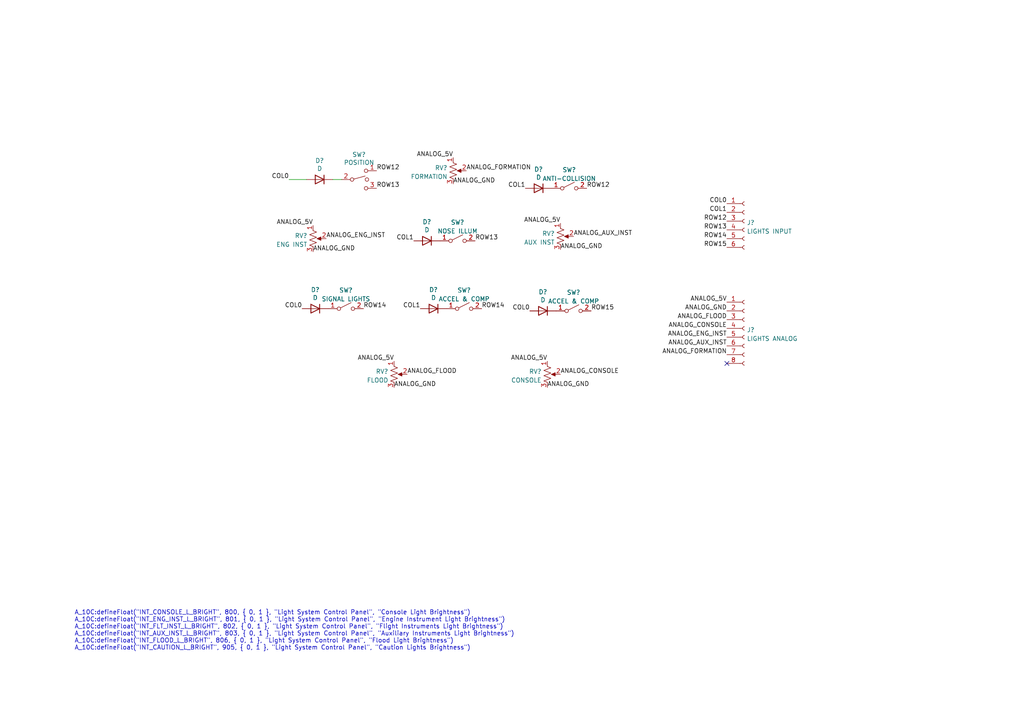
<source format=kicad_sch>
(kicad_sch (version 20211123) (generator eeschema)
  (paper "A4")
  (lib_symbols
    (symbol "Connector:Conn_01x06_Female" (pin_names (offset 1.016) hide)
      (property "Reference" "J" (at 0 7.62 0))
      (property "Value" "Conn_01x06_Female" (at 0 -10.16 0))
      (symbol "Conn_01x06_Female_1_1"
        (arc (start 0 -7.112) (mid -0.508 -7.62) (end 0 -8.128) (stroke (width 0.1524)))
        (arc (start 0 -4.572) (mid -0.508 -5.08) (end 0 -5.588) (stroke (width 0.1524)))
        (arc (start 0 -2.032) (mid -0.508 -2.54) (end 0 -3.048) (stroke (width 0.1524)))
        (polyline (pts (xy -1.27 -7.62) (xy -0.508 -7.62)) (stroke (width 0.1524)))
        (polyline (pts (xy -1.27 -5.08) (xy -0.508 -5.08)) (stroke (width 0.1524)))
        (polyline (pts (xy -1.27 -2.54) (xy -0.508 -2.54)) (stroke (width 0.1524)))
        (polyline (pts (xy -1.27 0) (xy -0.508 0)) (stroke (width 0.1524)))
        (polyline (pts (xy -1.27 2.54) (xy -0.508 2.54)) (stroke (width 0.1524)))
        (polyline (pts (xy -1.27 5.08) (xy -0.508 5.08)) (stroke (width 0.1524)))
        (arc (start 0 0.508) (mid -0.508 0) (end 0 -0.508) (stroke (width 0.1524)))
        (arc (start 0 3.048) (mid -0.508 2.54) (end 0 2.032) (stroke (width 0.1524)))
        (arc (start 0 5.588) (mid -0.508 5.08) (end 0 4.572) (stroke (width 0.1524)))
        (pin passive line (at -5.08 5.08 0) (length 3.81) (name "Pin_1") (number "1"))
        (pin passive line (at -5.08 2.54 0) (length 3.81) (name "Pin_2") (number "2"))
        (pin passive line (at -5.08 0 0) (length 3.81) (name "Pin_3") (number "3"))
        (pin passive line (at -5.08 -2.54 0) (length 3.81) (name "Pin_4") (number "4"))
        (pin passive line (at -5.08 -5.08 0) (length 3.81) (name "Pin_5") (number "5"))
        (pin passive line (at -5.08 -7.62 0) (length 3.81) (name "Pin_6") (number "6"))
      )
    )
    (symbol "Connector:Conn_01x08_Female" (pin_names (offset 1.016) hide)
      (property "Reference" "J" (at 0 10.16 0))
      (property "Value" "Conn_01x08_Female" (at 0 -12.7 0))
      (symbol "Conn_01x08_Female_1_1"
        (arc (start 0 -9.652) (mid -0.508 -10.16) (end 0 -10.668) (stroke (width 0.1524)))
        (arc (start 0 -7.112) (mid -0.508 -7.62) (end 0 -8.128) (stroke (width 0.1524)))
        (arc (start 0 -4.572) (mid -0.508 -5.08) (end 0 -5.588) (stroke (width 0.1524)))
        (arc (start 0 -2.032) (mid -0.508 -2.54) (end 0 -3.048) (stroke (width 0.1524)))
        (polyline (pts (xy -1.27 -10.16) (xy -0.508 -10.16)) (stroke (width 0.1524)))
        (polyline (pts (xy -1.27 -7.62) (xy -0.508 -7.62)) (stroke (width 0.1524)))
        (polyline (pts (xy -1.27 -5.08) (xy -0.508 -5.08)) (stroke (width 0.1524)))
        (polyline (pts (xy -1.27 -2.54) (xy -0.508 -2.54)) (stroke (width 0.1524)))
        (polyline (pts (xy -1.27 0) (xy -0.508 0)) (stroke (width 0.1524)))
        (polyline (pts (xy -1.27 2.54) (xy -0.508 2.54)) (stroke (width 0.1524)))
        (polyline (pts (xy -1.27 5.08) (xy -0.508 5.08)) (stroke (width 0.1524)))
        (polyline (pts (xy -1.27 7.62) (xy -0.508 7.62)) (stroke (width 0.1524)))
        (arc (start 0 0.508) (mid -0.508 0) (end 0 -0.508) (stroke (width 0.1524)))
        (arc (start 0 3.048) (mid -0.508 2.54) (end 0 2.032) (stroke (width 0.1524)))
        (arc (start 0 5.588) (mid -0.508 5.08) (end 0 4.572) (stroke (width 0.1524)))
        (arc (start 0 8.128) (mid -0.508 7.62) (end 0 7.112) (stroke (width 0.1524)))
        (pin passive line (at -5.08 7.62 0) (length 3.81) (name "Pin_1") (number "1"))
        (pin passive line (at -5.08 5.08 0) (length 3.81) (name "Pin_2") (number "2"))
        (pin passive line (at -5.08 2.54 0) (length 3.81) (name "Pin_3") (number "3"))
        (pin passive line (at -5.08 0 0) (length 3.81) (name "Pin_4") (number "4"))
        (pin passive line (at -5.08 -2.54 0) (length 3.81) (name "Pin_5") (number "5"))
        (pin passive line (at -5.08 -5.08 0) (length 3.81) (name "Pin_6") (number "6"))
        (pin passive line (at -5.08 -7.62 0) (length 3.81) (name "Pin_7") (number "7"))
        (pin passive line (at -5.08 -10.16 0) (length 3.81) (name "Pin_8") (number "8"))
      )
    )
    (symbol "Device:D" (pin_numbers hide) (pin_names (offset 1.016) hide)
      (property "Reference" "D" (at 0 2.54 0))
      (property "Value" "D" (at 0 -2.54 0))
      (symbol "D_0_1"
        (polyline (pts (xy -1.27 1.27) (xy -1.27 -1.27)) (stroke (width 0.254)))
        (polyline (pts (xy 1.27 0) (xy -1.27 0)))
        (polyline (pts (xy 1.27 1.27) (xy 1.27 -1.27) (xy -1.27 0) (xy 1.27 1.27)) (stroke (width 0.254)))
      )
      (symbol "D_1_1"
        (pin passive line (at -3.81 0 0) (length 2.54) (name "K") (number "1"))
        (pin passive line (at 3.81 0 180) (length 2.54) (name "A") (number "2"))
      )
    )
    (symbol "Device:R_Potentiometer_US" (pin_names (offset 1.016) hide)
      (property "Reference" "RV" (at -4.445 0 90))
      (property "Value" "R_Potentiometer_US" (at -2.54 0 90))
      (symbol "R_Potentiometer_US_0_1"
        (polyline (pts (xy 0 -2.286) (xy 0 -2.54)))
        (polyline (pts (xy 0 2.54) (xy 0 2.286)))
        (polyline (pts (xy 2.54 0) (xy 1.524 0)))
        (polyline (pts (xy 1.143 0) (xy 2.286 0.508) (xy 2.286 -0.508) (xy 1.143 0)) (fill (type outline)))
        (polyline (pts (xy 0 -0.762) (xy 1.016 -1.143) (xy 0 -1.524) (xy -1.016 -1.905) (xy 0 -2.286)))
        (polyline (pts (xy 0 0.762) (xy 1.016 0.381) (xy 0 0) (xy -1.016 -0.381) (xy 0 -0.762)))
        (polyline (pts (xy 0 2.286) (xy 1.016 1.905) (xy 0 1.524) (xy -1.016 1.143) (xy 0 0.762)))
      )
      (symbol "R_Potentiometer_US_1_1"
        (pin passive line (at 0 3.81 270) (length 1.27) (name "1") (number "1"))
        (pin passive line (at 3.81 0 180) (length 1.27) (name "2") (number "2"))
        (pin passive line (at 0 -3.81 90) (length 1.27) (name "3") (number "3"))
      )
    )
    (symbol "Switch:SW_SPDT_MSM" (pin_names (offset 0) hide)
      (property "Reference" "SW" (at 0 5.08 0))
      (property "Value" "SW_SPDT_MSM" (at 0 -5.08 0))
      (symbol "SW_SPDT_MSM_0_0"
        (circle (center -2.032 0) (radius 0.508))
        (polyline (pts (xy -1.524 0.127) (xy 1.778 1.016)))
        (circle (center 2.032 -2.54) (radius 0.508))
      )
      (symbol "SW_SPDT_MSM_0_1"
        (circle (center 2.032 2.54) (radius 0.508))
        (circle (center 2.286 0) (radius 0.508))
      )
      (symbol "SW_SPDT_MSM_1_1"
        (pin passive line (at 5.08 2.54 180) (length 2.54) (name "1") (number "1"))
        (pin passive line (at -5.08 0 0) (length 2.54) (name "2") (number "2"))
        (pin passive line (at 5.08 -2.54 180) (length 2.54) (name "3") (number "3"))
      )
    )
    (symbol "Switch:SW_SPST" (pin_names (offset 0) hide)
      (property "Reference" "SW" (at 0 3.175 0))
      (property "Value" "SW_SPST" (at 0 -2.54 0))
      (symbol "SW_SPST_0_0"
        (circle (center -2.032 0) (radius 0.508))
        (polyline (pts (xy -1.524 0.254) (xy 1.524 1.778)))
        (circle (center 2.032 0) (radius 0.508))
      )
      (symbol "SW_SPST_1_1"
        (pin passive line (at -5.08 0 0) (length 2.54) (name "A") (number "1"))
        (pin passive line (at 5.08 0 180) (length 2.54) (name "B") (number "2"))
      )
    )
  )
  (no_connect (at 210.82 105.41))
  (wire (pts (xy 88.9 52.07) (xy 83.82 52.07)))
  (wire (pts (xy 96.52 52.07) (xy 99.06 52.07)))
  (text "A_10C:defineFloat(\"INT_CONSOLE_L_BRIGHT\", 800, { 0, 1 }, \"Light System Control Panel\", \"Console Light Brightness\")\nA_10C:defineFloat(\"INT_ENG_INST_L_BRIGHT\", 801, { 0, 1 }, \"Light System Control Panel\", \"Engine Instrument Light Brightness\")\nA_10C:defineFloat(\"INT_FLT_INST_L_BRIGHT\", 802, { 0, 1 }, \"Light System Control Panel\", \"Flight Instruments Light Brightness\")\nA_10C:defineFloat(\"INT_AUX_INST_L_BRIGHT\", 803, { 0, 1 }, \"Light System Control Panel\", \"Auxiliary Instruments Light Brightness\")\nA_10C:defineFloat(\"INT_FLOOD_L_BRIGHT\", 806, { 0, 1 }, \"Light System Control Panel\", \"Flood Light Brightness\")\nA_10C:defineFloat(\"INT_CAUTION_L_BRIGHT\", 905, { 0, 1 }, \"Light System Control Panel\", \"Caution Lights Brightness\")" (at 21.59 188.722 0) (effects (font (size 1.27 1.27)) (justify left bottom)))
  (label "COL0" (at 83.82 52.07 180))
  (label "ANALOG_ENG_INST" (at 210.82 97.79 180))
  (label "ANALOG_GND" (at 158.75 112.395 0))
  (label "ANALOG_GND" (at 131.445 53.34 0))
  (label "ANALOG_CONSOLE" (at 162.56 108.585 0))
  (label "ROW15" (at 210.82 71.755 180))
  (label "ANALOG_5V" (at 210.82 87.63 180))
  (label "ROW13" (at 210.82 66.675 180))
  (label "COL1" (at 210.82 61.595 180))
  (label "ANALOG_AUX_INST" (at 210.82 100.33 180))
  (label "COL1" (at 121.92 89.535 180))
  (label "ANALOG_GND" (at 162.56 72.39 0))
  (label "ANALOG_FLOOD" (at 210.82 92.71 180))
  (label "ANALOG_AUX_INST" (at 166.37 68.58 0))
  (label "ROW13" (at 109.22 54.61 0))
  (label "ANALOG_5V" (at 90.805 65.405 180))
  (label "ROW15" (at 171.45 90.17 0))
  (label "ANALOG_CONSOLE" (at 210.82 95.25 180))
  (label "ANALOG_FORMATION" (at 210.82 102.87 180))
  (label "COL0" (at 153.67 90.17 180))
  (label "ANALOG_FLOOD" (at 118.11 108.585 0))
  (label "COL0" (at 210.82 59.055 180))
  (label "ANALOG_FORMATION" (at 135.255 49.53 0))
  (label "COL1" (at 152.4 54.61 180))
  (label "ANALOG_ENG_INST" (at 94.615 69.215 0))
  (label "ROW13" (at 137.795 69.85 0))
  (label "ANALOG_GND" (at 90.805 73.025 0))
  (label "ROW14" (at 105.41 89.535 0))
  (label "ROW12" (at 170.18 54.61 0))
  (label "ANALOG_5V" (at 114.3 104.775 180))
  (label "COL0" (at 87.63 89.535 180))
  (label "ANALOG_5V" (at 158.75 104.775 180))
  (label "ANALOG_5V" (at 131.445 45.72 180))
  (label "ROW14" (at 139.7 89.535 0))
  (label "ROW14" (at 210.82 69.215 180))
  (label "ANALOG_GND" (at 114.3 112.395 0))
  (label "ROW12" (at 109.22 49.53 0))
  (label "ANALOG_GND" (at 210.82 90.17 180))
  (label "ROW12" (at 210.82 64.135 180))
  (label "ANALOG_5V" (at 162.56 64.77 180))
  (label "COL1" (at 120.015 69.85 180))
  (symbol (lib_id "Device:R_Potentiometer_US") (at 90.805 69.215 0) (unit 1)
    (property "Reference" "RV?" (at 89.1541 68.3803 0) (effects (justify right)))
    (property "Value" "ENG INST" (at 89.1541 70.9172 0) (effects (justify right)))
  )
  (symbol (lib_id "Device:D") (at 157.48 90.17 0) (mirror y) (unit 1)
    (property "Reference" "D?" (at 157.48 84.6836 0))
    (property "Value" "D" (at 157.48 86.995 0))
    (property "Footprint" "PT_Library_v001:D_Signal_P7.62mm_Horizontal" (effects hide))
  )
  (symbol (lib_id "Device:D") (at 92.71 52.07 0) (mirror y) (unit 1)
    (property "Reference" "D?" (at 92.71 46.5836 0))
    (property "Value" "D" (at 92.71 48.895 0))
    (property "Footprint" "PT_Library_v001:D_Signal_P7.62mm_Horizontal" (effects hide))
  )
  (symbol (lib_id "Switch:SW_SPST") (at 100.33 89.535 0) (unit 1)
    (property "Reference" "SW?" (at 100.33 84.1842 0))
    (property "Value" "SIGNAL LIGHTS" (at 100.33 86.7211 0))
  )
  (symbol (lib_id "Device:D") (at 91.44 89.535 0) (mirror y) (unit 1)
    (property "Reference" "D?" (at 91.44 84.0486 0))
    (property "Value" "D" (at 91.44 86.36 0))
    (property "Footprint" "PT_Library_v001:D_Signal_P7.62mm_Horizontal" (effects hide))
  )
  (symbol (lib_id "Device:D") (at 156.21 54.61 0) (mirror y) (unit 1)
    (property "Reference" "D?" (at 156.21 49.1236 0))
    (property "Value" "D" (at 156.21 51.435 0))
    (property "Footprint" "PT_Library_v001:D_Signal_P7.62mm_Horizontal" (effects hide))
  )
  (symbol (lib_id "Switch:SW_SPST") (at 134.62 89.535 0) (unit 1)
    (property "Reference" "SW?" (at 134.62 84.1842 0))
    (property "Value" "ACCEL & COMP" (at 134.62 86.7211 0))
  )
  (symbol (lib_id "Connector:Conn_01x06_Female") (at 215.9 64.135 0) (unit 1)
    (property "Reference" "J?" (at 216.6112 64.5703 0) (effects (justify left)))
    (property "Value" "LIGHTS INPUT" (at 216.6112 67.1072 0) (effects (justify left)))
  )
  (symbol (lib_id "Device:D") (at 123.825 69.85 0) (mirror y) (unit 1)
    (property "Reference" "D?" (at 123.825 64.3636 0))
    (property "Value" "D" (at 123.825 66.675 0))
    (property "Footprint" "PT_Library_v001:D_Signal_P7.62mm_Horizontal" (effects hide))
  )
  (symbol (lib_id "Device:D") (at 125.73 89.535 0) (mirror y) (unit 1)
    (property "Reference" "D?" (at 125.73 84.0486 0))
    (property "Value" "D" (at 125.73 86.36 0))
    (property "Footprint" "PT_Library_v001:D_Signal_P7.62mm_Horizontal" (effects hide))
  )
  (symbol (lib_id "Device:R_Potentiometer_US") (at 162.56 68.58 0) (unit 1)
    (property "Reference" "RV?" (at 160.909 67.7453 0) (effects (justify right)))
    (property "Value" "AUX INST" (at 160.909 70.2822 0) (effects (justify right)))
  )
  (symbol (lib_id "Switch:SW_SPDT_MSM") (at 104.14 52.07 0) (unit 1)
    (property "Reference" "SW?" (at 104.14 44.831 0))
    (property "Value" "POSITION" (at 104.14 47.1424 0))
    (property "Footprint" "PT_Library_v001:Molex_1x03_P2.54mm_Vertical" (effects hide))
  )
  (symbol (lib_id "Device:R_Potentiometer_US") (at 158.75 108.585 0) (unit 1)
    (property "Reference" "RV?" (at 157.0991 107.7503 0) (effects (justify right)))
    (property "Value" "CONSOLE" (at 157.0991 110.2872 0) (effects (justify right)))
  )
  (symbol (lib_id "Connector:Conn_01x08_Female") (at 215.9 95.25 0) (unit 1)
    (property "Reference" "J?" (at 216.6112 95.6853 0) (effects (justify left)))
    (property "Value" "LIGHTS ANALOG" (at 216.6112 98.2222 0) (effects (justify left)))
    (property "Footprint" "Connector_Molex:Molex_KK-254_AE-6410-08A_1x08_P2.54mm_Vertical" (effects hide))
  )
  (symbol (lib_id "Switch:SW_SPST") (at 132.715 69.85 0) (unit 1)
    (property "Reference" "SW?" (at 132.715 64.4992 0))
    (property "Value" "NOSE ILLUM" (at 132.715 67.0361 0))
  )
  (symbol (lib_id "Device:R_Potentiometer_US") (at 114.3 108.585 0) (unit 1)
    (property "Reference" "RV?" (at 112.649 107.7503 0) (effects (justify right)))
    (property "Value" "FLOOD" (at 112.649 110.2872 0) (effects (justify right)))
  )
  (symbol (lib_id "Device:R_Potentiometer_US") (at 131.445 49.53 0) (unit 1)
    (property "Reference" "RV?" (at 129.794 48.6953 0) (effects (justify right)))
    (property "Value" "FORMATION" (at 129.794 51.2322 0) (effects (justify right)))
  )
  (symbol (lib_id "Switch:SW_SPST") (at 166.37 90.17 0) (unit 1)
    (property "Reference" "SW?" (at 166.37 84.8192 0))
    (property "Value" "ACCEL & COMP" (at 166.37 87.3561 0))
  )
  (symbol (lib_id "Switch:SW_SPST") (at 165.1 54.61 0) (unit 1)
    (property "Reference" "SW?" (at 165.1 49.2592 0))
    (property "Value" "ANTI-COLLISION" (at 165.1 51.7961 0))
  )
)
</source>
